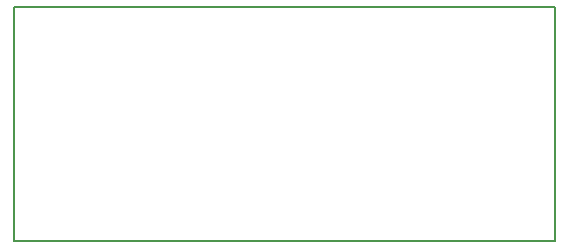
<source format=gbr>
G04 #@! TF.FileFunction,Profile,NP*
%FSLAX46Y46*%
G04 Gerber Fmt 4.6, Leading zero omitted, Abs format (unit mm)*
G04 Created by KiCad (PCBNEW 4.0.7) date 01/30/18 23:47:30*
%MOMM*%
%LPD*%
G01*
G04 APERTURE LIST*
%ADD10C,0.100000*%
%ADD11C,0.150000*%
G04 APERTURE END LIST*
D10*
D11*
X146304000Y-71018400D02*
X100558600Y-71018400D01*
X100558600Y-71018400D02*
X100558600Y-90855800D01*
X146304000Y-90855800D02*
X100558600Y-90855800D01*
X146304000Y-71018400D02*
X146304000Y-90855800D01*
M02*

</source>
